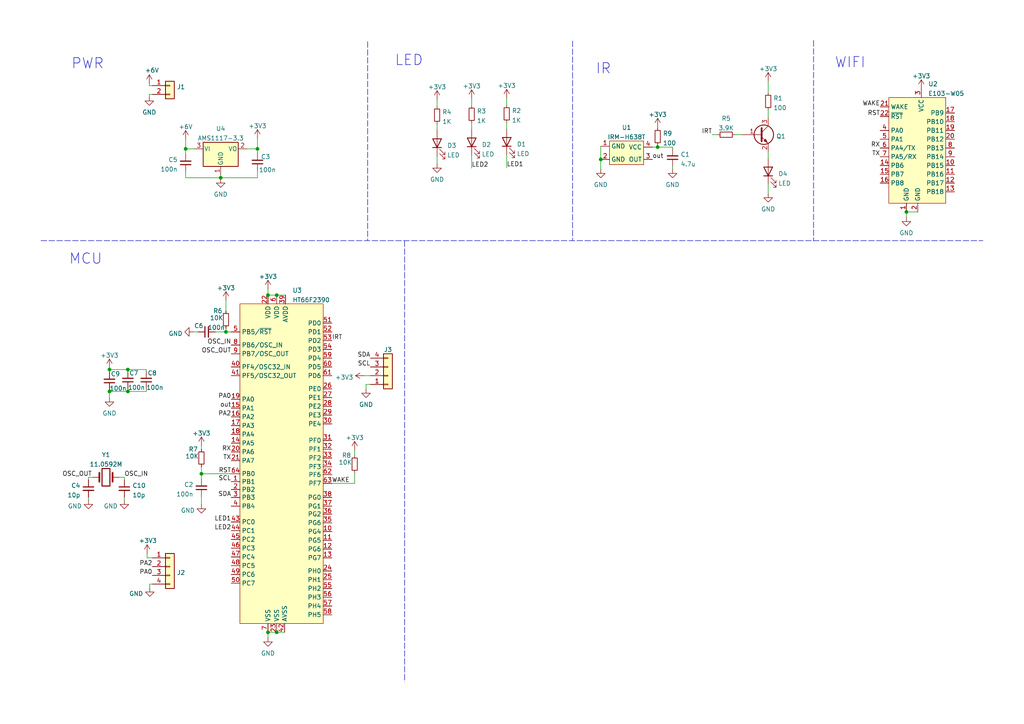
<source format=kicad_sch>
(kicad_sch (version 20211123) (generator eeschema)
  (paper "A4")
  (lib_symbols
    (symbol "Connector_Generic:Conn_01x02" (pin_names (offset 1.016) hide)
      (property "Reference" "J" (at 0 2.54 0))
      (property "Value" "Conn_01x02" (at 0 -5.08 0))
      (symbol "Conn_01x02_1_1"
        (rectangle (start -1.27 -2.413) (end 0 -2.667) (stroke (width 0.1524)))
        (rectangle (start -1.27 0.127) (end 0 -0.127) (stroke (width 0.1524)))
        (rectangle (start -1.27 1.27) (end 1.27 -3.81) (stroke (width 0.254)) (fill (type background)))
        (pin passive line (at -5.08 0 0) (length 3.81) (name "Pin_1") (number "1"))
        (pin passive line (at -5.08 -2.54 0) (length 3.81) (name "Pin_2") (number "2"))
      )
    )
    (symbol "Connector_Generic:Conn_01x04" (pin_names (offset 1.016) hide)
      (property "Reference" "J" (at 0 5.08 0))
      (property "Value" "Conn_01x04" (at 0 -7.62 0))
      (symbol "Conn_01x04_1_1"
        (rectangle (start -1.27 -4.953) (end 0 -5.207) (stroke (width 0.1524)))
        (rectangle (start -1.27 -2.413) (end 0 -2.667) (stroke (width 0.1524)))
        (rectangle (start -1.27 0.127) (end 0 -0.127) (stroke (width 0.1524)))
        (rectangle (start -1.27 2.667) (end 0 2.413) (stroke (width 0.1524)))
        (rectangle (start -1.27 3.81) (end 1.27 -6.35) (stroke (width 0.254)) (fill (type background)))
        (pin passive line (at -5.08 2.54 0) (length 3.81) (name "Pin_1") (number "1"))
        (pin passive line (at -5.08 0 0) (length 3.81) (name "Pin_2") (number "2"))
        (pin passive line (at -5.08 -2.54 0) (length 3.81) (name "Pin_3") (number "3"))
        (pin passive line (at -5.08 -5.08 0) (length 3.81) (name "Pin_4") (number "4"))
      )
    )
    (symbol "Device:C_Small" (pin_numbers hide) (pin_names (offset 0.254) hide)
      (property "Reference" "C" (at 0.254 1.778 0))
      (property "Value" "C_Small" (at 0.254 -2.032 0))
      (symbol "C_Small_0_1"
        (polyline (pts (xy -1.524 -0.508) (xy 1.524 -0.508)) (stroke (width 0.3302)))
        (polyline (pts (xy -1.524 0.508) (xy 1.524 0.508)) (stroke (width 0.3048)))
      )
      (symbol "C_Small_1_1"
        (pin passive line (at 0 2.54 270) (length 2.032) (name "~") (number "1"))
        (pin passive line (at 0 -2.54 90) (length 2.032) (name "~") (number "2"))
      )
    )
    (symbol "Device:Crystal" (pin_numbers hide) (pin_names (offset 1.016) hide)
      (property "Reference" "Y" (at 0 3.81 0))
      (property "Value" "Crystal" (at 0 -3.81 0))
      (symbol "Crystal_0_1"
        (rectangle (start -1.143 2.54) (end 1.143 -2.54) (stroke (width 0.3048)))
        (polyline (pts (xy -2.54 0) (xy -1.905 0)))
        (polyline (pts (xy -1.905 -1.27) (xy -1.905 1.27)) (stroke (width 0.508)))
        (polyline (pts (xy 1.905 -1.27) (xy 1.905 1.27)) (stroke (width 0.508)))
        (polyline (pts (xy 2.54 0) (xy 1.905 0)))
      )
      (symbol "Crystal_1_1"
        (pin passive line (at -3.81 0 0) (length 1.27) (name "1") (number "1"))
        (pin passive line (at 3.81 0 180) (length 1.27) (name "2") (number "2"))
      )
    )
    (symbol "Device:LED" (pin_numbers hide) (pin_names (offset 1.016) hide)
      (property "Reference" "D" (at 0 2.54 0))
      (property "Value" "LED" (at 0 -2.54 0))
      (symbol "LED_0_1"
        (polyline (pts (xy -1.27 -1.27) (xy -1.27 1.27)) (stroke (width 0.254)))
        (polyline (pts (xy -1.27 0) (xy 1.27 0)))
        (polyline (pts (xy 1.27 -1.27) (xy 1.27 1.27) (xy -1.27 0) (xy 1.27 -1.27)) (stroke (width 0.254)))
        (polyline (pts (xy -3.048 -0.762) (xy -4.572 -2.286) (xy -3.81 -2.286) (xy -4.572 -2.286) (xy -4.572 -1.524)))
        (polyline (pts (xy -1.778 -0.762) (xy -3.302 -2.286) (xy -2.54 -2.286) (xy -3.302 -2.286) (xy -3.302 -1.524)))
      )
      (symbol "LED_1_1"
        (pin passive line (at -3.81 0 0) (length 2.54) (name "K") (number "1"))
        (pin passive line (at 3.81 0 180) (length 2.54) (name "A") (number "2"))
      )
    )
    (symbol "Device:Q_NPN_BEC" (pin_names (offset 0) hide)
      (property "Reference" "Q" (at 5.08 1.27 0))
      (property "Value" "Q_NPN_BEC" (at 5.08 -1.27 0))
      (symbol "Q_NPN_BEC_0_1"
        (polyline (pts (xy 0.635 0.635) (xy 2.54 2.54)))
        (polyline (pts (xy 0.635 -0.635) (xy 2.54 -2.54) (xy 2.54 -2.54)))
        (polyline (pts (xy 0.635 1.905) (xy 0.635 -1.905) (xy 0.635 -1.905)) (stroke (width 0.508)))
        (polyline (pts (xy 1.27 -1.778) (xy 1.778 -1.27) (xy 2.286 -2.286) (xy 1.27 -1.778) (xy 1.27 -1.778)) (fill (type outline)))
        (circle (center 1.27 0) (radius 2.8194) (stroke (width 0.254)))
      )
      (symbol "Q_NPN_BEC_1_1"
        (pin input line (at -5.08 0 0) (length 5.715) (name "B") (number "1"))
        (pin passive line (at 2.54 -5.08 90) (length 2.54) (name "E") (number "2"))
        (pin passive line (at 2.54 5.08 270) (length 2.54) (name "C") (number "3"))
      )
    )
    (symbol "Device:R_Small" (pin_numbers hide) (pin_names (offset 0.254) hide)
      (property "Reference" "R" (at 0.762 0.508 0))
      (property "Value" "R_Small" (at 0.762 -1.016 0))
      (symbol "R_Small_0_1"
        (rectangle (start -0.762 1.778) (end 0.762 -1.778) (stroke (width 0.2032)))
      )
      (symbol "R_Small_1_1"
        (pin passive line (at 0 2.54 270) (length 0.762) (name "~") (number "1"))
        (pin passive line (at 0 -2.54 90) (length 0.762) (name "~") (number "2"))
      )
    )
    (symbol "My_Library:E103-W05"
      (property "Reference" "U" (at 3.175 13.97 0))
      (property "Value" "E103-W05" (at -8.255 13.97 0))
      (symbol "E103-W05_0_1"
        (rectangle (start -10.16 12.065) (end 6.35 -18.542) (stroke (width 0.1524)) (fill (type background)))
      )
      (symbol "E103-W05_1_1"
        (pin power_in line (at -5.08 -21.082 90) (length 2.54) (name "GND") (number "1"))
        (pin bidirectional line (at 8.89 -7.62 180) (length 2.54) (name "PB15") (number "10"))
        (pin bidirectional line (at 8.89 -10.16 180) (length 2.54) (name "PB16") (number "11"))
        (pin bidirectional line (at 8.89 -12.7 180) (length 2.54) (name "PB17") (number "12"))
        (pin bidirectional line (at 8.89 -15.24 180) (length 2.54) (name "PB18") (number "13"))
        (pin bidirectional line (at -12.7 -7.62 0) (length 2.54) (name "PB6") (number "14"))
        (pin bidirectional line (at -12.7 -10.16 0) (length 2.54) (name "PB7") (number "15"))
        (pin bidirectional line (at -12.7 -12.7 0) (length 2.54) (name "PB8") (number "16"))
        (pin bidirectional line (at 8.89 7.62 180) (length 2.54) (name "PB9") (number "17"))
        (pin bidirectional line (at 8.89 5.08 180) (length 2.54) (name "PB10") (number "18"))
        (pin bidirectional line (at 8.89 2.54 180) (length 2.54) (name "PB11") (number "19"))
        (pin power_in line (at -1.778 -21.082 90) (length 2.54) (name "GND") (number "2"))
        (pin bidirectional line (at 8.89 0 180) (length 2.54) (name "PB12") (number "20"))
        (pin input line (at -12.7 9.398 0) (length 2.54) (name "WAKE") (number "21"))
        (pin input line (at -12.7 6.604 0) (length 2.54) (name "~{RST}") (number "22"))
        (pin power_in line (at -0.762 14.732 270) (length 2.54) (name "VCC") (number "3"))
        (pin bidirectional line (at -12.7 2.54 0) (length 2.54) (name "PA0") (number "4"))
        (pin bidirectional line (at -12.7 0 0) (length 2.54) (name "PA1") (number "5"))
        (pin bidirectional line (at -12.7 -2.54 0) (length 2.54) (name "PA4/TX") (number "6"))
        (pin bidirectional line (at -12.7 -5.08 0) (length 2.54) (name "PA5/RX") (number "7"))
        (pin bidirectional line (at 8.89 -2.54 180) (length 2.54) (name "PB13") (number "8"))
        (pin bidirectional line (at 8.89 -5.08 180) (length 2.54) (name "PB14") (number "9"))
      )
    )
    (symbol "My_Library:HT66F2390"
      (property "Reference" "U" (at 3.81 49.53 0))
      (property "Value" "HT66F2390" (at -13.97 49.53 0))
      (symbol "HT66F2390_0_1"
        (rectangle (start -12.954 46.482) (end 11.176 -46.228) (stroke (width 0.1524)) (fill (type background)))
      )
      (symbol "HT66F2390_1_1"
        (pin bidirectional line (at -15.494 -5.08 0) (length 2.54) (name "PB1") (number "1"))
        (pin bidirectional line (at 13.716 -19.558 180) (length 2.54) (name "PG4") (number "10"))
        (pin bidirectional line (at 13.716 -22.098 180) (length 2.54) (name "PG5") (number "11"))
        (pin bidirectional line (at 13.716 -24.638 180) (length 2.54) (name "PG6") (number "12"))
        (pin bidirectional line (at 13.716 -27.178 180) (length 2.54) (name "PG7") (number "13"))
        (pin bidirectional line (at -15.494 6.096 0) (length 2.54) (name "PA5") (number "14"))
        (pin bidirectional line (at -15.494 16.256 0) (length 2.54) (name "PA1") (number "15"))
        (pin bidirectional line (at -15.494 13.716 0) (length 2.54) (name "PA2") (number "16"))
        (pin bidirectional line (at -15.494 11.176 0) (length 2.54) (name "PA3") (number "17"))
        (pin bidirectional line (at -15.494 8.636 0) (length 2.54) (name "PA4") (number "18"))
        (pin bidirectional line (at -15.494 18.796 0) (length 2.54) (name "PA0") (number "19"))
        (pin bidirectional line (at -15.494 -7.366 0) (length 2.54) (name "PB2") (number "2"))
        (pin bidirectional line (at -15.494 3.556 0) (length 2.54) (name "PA6") (number "20"))
        (pin bidirectional line (at -15.494 1.016 0) (length 2.54) (name "PA7") (number "21"))
        (pin power_in line (at -4.826 49.022 270) (length 2.54) (name "VDD") (number "22"))
        (pin power_in line (at -2.286 -48.768 90) (length 2.54) (name "VSS") (number "23"))
        (pin bidirectional line (at 13.716 -30.988 180) (length 2.54) (name "PH0") (number "24"))
        (pin bidirectional line (at 13.716 -33.528 180) (length 2.54) (name "PH1") (number "25"))
        (pin bidirectional line (at 13.716 21.844 180) (length 2.54) (name "PE0") (number "26"))
        (pin bidirectional line (at 13.716 19.304 180) (length 2.54) (name "PE1") (number "27"))
        (pin bidirectional line (at 13.716 16.764 180) (length 2.54) (name "PE2") (number "28"))
        (pin bidirectional line (at 13.716 14.224 180) (length 2.54) (name "PE3") (number "29"))
        (pin bidirectional line (at -15.494 -9.652 0) (length 2.54) (name "PB3") (number "3"))
        (pin bidirectional line (at 13.716 11.684 180) (length 2.54) (name "PE4") (number "30"))
        (pin bidirectional line (at 13.716 6.858 180) (length 2.54) (name "PF0") (number "31"))
        (pin bidirectional line (at 13.716 4.318 180) (length 2.54) (name "PF1") (number "32"))
        (pin bidirectional line (at 13.716 1.778 180) (length 2.54) (name "PF2") (number "33"))
        (pin bidirectional line (at 13.716 -0.762 180) (length 2.54) (name "PF3") (number "34"))
        (pin bidirectional line (at 13.716 -17.018 180) (length 2.54) (name "PG6") (number "35"))
        (pin bidirectional line (at 13.716 -14.478 180) (length 2.54) (name "PG2") (number "36"))
        (pin bidirectional line (at 13.716 -12.192 180) (length 2.54) (name "PG1") (number "37"))
        (pin bidirectional line (at 13.716 -9.652 180) (length 2.54) (name "PG0") (number "38"))
        (pin power_in line (at 0.254 49.022 270) (length 2.54) (name "AVDD") (number "39"))
        (pin bidirectional line (at -15.494 -12.192 0) (length 2.54) (name "PB4") (number "4"))
        (pin bidirectional line (at -15.494 28.194 0) (length 2.54) (name "PF4/OSC32_IN") (number "40"))
        (pin bidirectional line (at -15.494 25.654 0) (length 2.54) (name "PF5/OSC32_OUT") (number "41"))
        (pin power_in line (at 0 -48.768 90) (length 2.54) (name "AVSS") (number "42"))
        (pin bidirectional line (at -15.494 -16.764 0) (length 2.54) (name "PC0") (number "43"))
        (pin bidirectional line (at -15.494 -19.304 0) (length 2.54) (name "PC1") (number "44"))
        (pin bidirectional line (at -15.494 -21.844 0) (length 2.54) (name "PC2") (number "45"))
        (pin bidirectional line (at -15.494 -24.384 0) (length 2.54) (name "PC3") (number "46"))
        (pin bidirectional line (at -15.494 -26.924 0) (length 2.54) (name "PC4") (number "47"))
        (pin bidirectional line (at -15.494 -29.464 0) (length 2.54) (name "PC5") (number "48"))
        (pin bidirectional line (at -15.494 -32.004 0) (length 2.54) (name "PC6") (number "49"))
        (pin bidirectional line (at -15.494 38.354 0) (length 2.54) (name "PB5/~{RST}") (number "5"))
        (pin bidirectional line (at -15.494 -34.544 0) (length 2.54) (name "PC7") (number "50"))
        (pin bidirectional line (at 13.716 40.894 180) (length 2.54) (name "PD0") (number "51"))
        (pin bidirectional line (at 13.716 38.354 180) (length 2.54) (name "PD1") (number "52"))
        (pin bidirectional line (at 13.716 35.814 180) (length 2.54) (name "PD2") (number "53"))
        (pin bidirectional line (at 13.716 33.274 180) (length 2.54) (name "PD3") (number "54"))
        (pin bidirectional line (at 13.716 -36.068 180) (length 2.54) (name "PH2") (number "55"))
        (pin bidirectional line (at 13.716 -38.608 180) (length 2.54) (name "PH3") (number "56"))
        (pin bidirectional line (at 13.716 -41.148 180) (length 2.54) (name "PH4") (number "57"))
        (pin bidirectional line (at 13.716 -43.688 180) (length 2.54) (name "PH5") (number "58"))
        (pin bidirectional line (at 13.716 30.734 180) (length 2.54) (name "PD4") (number "59"))
        (pin power_in line (at -2.286 49.022 270) (length 2.54) (name "VDD") (number "6"))
        (pin bidirectional line (at 13.716 28.194 180) (length 2.54) (name "PD5") (number "60"))
        (pin bidirectional line (at 13.716 25.654 180) (length 2.54) (name "PD6") (number "61"))
        (pin bidirectional line (at 13.716 -3.048 180) (length 2.54) (name "PF6") (number "62"))
        (pin bidirectional line (at 13.716 -5.588 180) (length 2.54) (name "PF7") (number "63"))
        (pin bidirectional line (at -15.494 -2.794 0) (length 2.54) (name "PB0") (number "64"))
        (pin power_in line (at -4.826 -48.768 90) (length 2.54) (name "VSS") (number "7"))
        (pin bidirectional line (at -15.494 34.544 0) (length 2.54) (name "PB6/OSC_IN") (number "8"))
        (pin bidirectional line (at -15.494 32.004 0) (length 2.54) (name "PB7/OSC_OUT") (number "9"))
      )
    )
    (symbol "My_Library:IRM-H638T"
      (property "Reference" "U" (at 5.588 3.556 0))
      (property "Value" "IRM-H638T" (at -1.778 3.556 0))
      (symbol "IRM-H638T_0_1"
        (rectangle (start -3.302 1.778) (end 6.604 -5.08) (stroke (width 0.1524)) (fill (type background)))
      )
      (symbol "IRM-H638T_1_1"
        (pin power_in line (at -5.842 0.254 0) (length 2.54) (name "GND") (number "1"))
        (pin power_in line (at -5.842 -3.556 0) (length 2.54) (name "GND") (number "2"))
        (pin output line (at 9.144 -3.556 180) (length 2.54) (name "OUT") (number "3"))
        (pin power_in line (at 9.144 0 180) (length 2.54) (name "VCC") (number "4"))
      )
    )
    (symbol "Regulator_Linear:AMS1117-3.3" (pin_names (offset 0.254))
      (property "Reference" "U" (at -3.81 3.175 0))
      (property "Value" "AMS1117-3.3" (at 0 3.175 0))
      (symbol "AMS1117-3.3_0_1"
        (rectangle (start -5.08 -5.08) (end 5.08 1.905) (stroke (width 0.254)) (fill (type background)))
      )
      (symbol "AMS1117-3.3_1_1"
        (pin power_in line (at 0 -7.62 90) (length 2.54) (name "GND") (number "1"))
        (pin power_out line (at 7.62 0 180) (length 2.54) (name "VO") (number "2"))
        (pin power_in line (at -7.62 0 0) (length 2.54) (name "VI") (number "3"))
      )
    )
    (symbol "power:+3V3" (power) (pin_names (offset 0))
      (property "Value" "+3V3" (at 0 3.556 0))
      (symbol "+3V3_0_1"
        (polyline (pts (xy -0.762 1.27) (xy 0 2.54)))
        (polyline (pts (xy 0 0) (xy 0 2.54)))
        (polyline (pts (xy 0 2.54) (xy 0.762 1.27)))
      )
      (symbol "+3V3_1_1"
        (pin power_in line (at 0 0 90) (length 0) hide (name "+3V3") (number "1"))
      )
    )
    (symbol "power:+6V" (power) (pin_names (offset 0))
      (property "Value" "+6V" (at 0 3.556 0))
      (symbol "+6V_0_1"
        (polyline (pts (xy -0.762 1.27) (xy 0 2.54)))
        (polyline (pts (xy 0 0) (xy 0 2.54)))
        (polyline (pts (xy 0 2.54) (xy 0.762 1.27)))
      )
      (symbol "+6V_1_1"
        (pin power_in line (at 0 0 90) (length 0) hide (name "+6V") (number "1"))
      )
    )
    (symbol "power:GND" (power) (pin_names (offset 0))
      (property "Value" "GND" (at 0 -3.81 0))
      (symbol "GND_0_1"
        (polyline (pts (xy 0 0) (xy 0 -1.27) (xy 1.27 -1.27) (xy 0 -2.54) (xy -1.27 -1.27) (xy 0 -1.27)))
      )
      (symbol "GND_1_1"
        (pin power_in line (at 0 0 270) (length 0) hide (name "GND") (number "1"))
      )
    )
  )
  (junction (at 77.724 85.598))
  (junction (at 80.264 183.388))
  (junction (at 174.244 46.228))
  (junction (at 65.532 96.266))
  (junction (at 74.676 43.18))
  (junction (at 37.084 113.538))
  (junction (at 53.848 43.18))
  (junction (at 262.89 61.468))
  (junction (at 64.008 51.562))
  (junction (at 190.754 42.672))
  (junction (at 80.264 85.598))
  (junction (at 31.75 113.538))
  (junction (at 31.75 107.188))
  (junction (at 77.724 183.388))
  (junction (at 58.42 137.414))
  (junction (at 37.084 107.188))
  (wire (pts (xy 42.418 107.188) (xy 42.418 107.696)))
  (wire (pts (xy 58.42 138.938) (xy 58.42 137.414)))
  (wire (pts (xy 36.068 144.272) (xy 36.068 145.034)))
  (wire (pts (xy 102.87 137.16) (xy 102.87 140.208)))
  (wire (pts (xy 62.484 96.266) (xy 65.532 96.266)))
  (wire (pts (xy 190.754 42.672) (xy 195.072 42.672)))
  (wire (pts (xy 43.434 169.418) (xy 44.196 169.418)))
  (wire (pts (xy 136.8044 45.085) (xy 136.8044 48.768)))
  (wire (pts (xy 136.8044 35.687) (xy 136.8044 37.465)))
  (wire (pts (xy 80.264 183.388) (xy 82.55 183.388)))
  (wire (pts (xy 31.75 106.68) (xy 31.75 107.188)))
  (wire (pts (xy 43.307 24.2062) (xy 43.307 24.8412)))
  (wire (pts (xy 31.75 113.538) (xy 31.75 115.316)))
  (wire (pts (xy 53.848 43.18) (xy 56.388 43.18)))
  (wire (pts (xy 146.9644 28.448) (xy 146.9644 30.48)))
  (wire (pts (xy 105.664 108.966) (xy 107.442 108.966)))
  (wire (pts (xy 190.754 42.164) (xy 190.754 42.672)))
  (polyline (pts (xy 166.0652 11.8872) (xy 166.0652 69.7484)))
  (polyline (pts (xy 235.966 11.7856) (xy 235.966 69.85)))
  (wire (pts (xy 262.89 61.468) (xy 266.192 61.468)))
  (wire (pts (xy 174.244 42.418) (xy 174.244 46.228)))
  (wire (pts (xy 37.084 113.538) (xy 31.75 113.538)))
  (wire (pts (xy 42.418 113.538) (xy 42.418 112.776)))
  (wire (pts (xy 262.89 61.468) (xy 262.89 62.992)))
  (wire (pts (xy 102.87 140.208) (xy 96.266 140.208)))
  (wire (pts (xy 43.307 28.0162) (xy 43.307 27.3812)))
  (polyline (pts (xy 235.966 11.8364) (xy 235.966 11.8872)))
  (wire (pts (xy 25.654 144.272) (xy 25.654 145.034)))
  (wire (pts (xy 174.244 46.228) (xy 174.244 49.022)))
  (wire (pts (xy 222.8088 44.1452) (xy 222.8088 45.9232)))
  (wire (pts (xy 65.532 95.25) (xy 65.532 96.266)))
  (wire (pts (xy 65.532 87.122) (xy 65.532 90.17)))
  (wire (pts (xy 190.754 36.83) (xy 190.754 37.084)))
  (wire (pts (xy 43.307 27.3812) (xy 44.196 27.3812)))
  (wire (pts (xy 53.848 51.562) (xy 64.008 51.562)))
  (wire (pts (xy 74.676 43.18) (xy 74.676 44.45)))
  (wire (pts (xy 77.724 85.598) (xy 80.264 85.598)))
  (polyline (pts (xy 117.348 69.85) (xy 117.348 197.866)))
  (polyline (pts (xy 11.8872 69.7992) (xy 285.0896 69.7992)))
  (wire (pts (xy 53.848 43.18) (xy 53.848 44.704)))
  (wire (pts (xy 65.532 96.266) (xy 67.056 96.266)))
  (wire (pts (xy 37.084 107.188) (xy 37.084 107.696)))
  (wire (pts (xy 42.418 107.188) (xy 37.084 107.188)))
  (wire (pts (xy 213.1568 39.0652) (xy 215.1888 39.0652)))
  (wire (pts (xy 74.676 51.562) (xy 74.676 49.53)))
  (wire (pts (xy 222.8088 31.9532) (xy 222.8088 33.9852)))
  (wire (pts (xy 64.008 51.562) (xy 64.008 51.816)))
  (wire (pts (xy 136.8044 28.575) (xy 136.8044 30.607)))
  (wire (pts (xy 37.084 113.538) (xy 42.418 113.538)))
  (wire (pts (xy 25.654 139.192) (xy 25.654 138.43)))
  (wire (pts (xy 77.724 183.388) (xy 80.264 183.388)))
  (wire (pts (xy 195.072 43.18) (xy 195.072 42.672)))
  (wire (pts (xy 126.7714 45.339) (xy 126.7714 47.498)))
  (wire (pts (xy 206.5528 39.0652) (xy 208.0768 39.0652)))
  (wire (pts (xy 31.75 113.03) (xy 31.75 113.538)))
  (wire (pts (xy 25.654 138.43) (xy 26.924 138.43)))
  (wire (pts (xy 126.7714 35.941) (xy 126.7714 37.719)))
  (wire (pts (xy 36.068 138.43) (xy 34.544 138.43)))
  (wire (pts (xy 36.068 139.192) (xy 36.068 138.43)))
  (wire (pts (xy 42.672 161.798) (xy 42.672 160.528)))
  (wire (pts (xy 195.072 48.26) (xy 195.072 49.022)))
  (wire (pts (xy 222.8088 23.5712) (xy 222.8088 26.8732)))
  (wire (pts (xy 77.724 183.388) (xy 77.724 184.912)))
  (wire (pts (xy 53.848 40.386) (xy 53.848 43.18)))
  (wire (pts (xy 146.9644 44.958) (xy 146.9644 48.641)))
  (wire (pts (xy 58.42 144.018) (xy 58.42 146.304)))
  (wire (pts (xy 74.676 43.18) (xy 71.628 43.18)))
  (wire (pts (xy 146.9644 35.56) (xy 146.9644 37.338)))
  (wire (pts (xy 106.172 111.506) (xy 107.442 111.506)))
  (wire (pts (xy 102.87 130.556) (xy 102.87 132.08)))
  (wire (pts (xy 222.8088 53.5432) (xy 222.8088 56.0832)))
  (wire (pts (xy 31.75 107.188) (xy 37.084 107.188)))
  (wire (pts (xy 64.008 50.8) (xy 64.008 51.562)))
  (wire (pts (xy 43.434 170.434) (xy 43.434 169.418)))
  (wire (pts (xy 58.42 135.382) (xy 58.42 137.414)))
  (wire (pts (xy 43.307 24.8412) (xy 44.196 24.8412)))
  (wire (pts (xy 74.676 40.132) (xy 74.676 43.18)))
  (wire (pts (xy 80.264 85.598) (xy 82.804 85.598)))
  (wire (pts (xy 31.75 107.188) (xy 31.75 107.95)))
  (wire (pts (xy 56.134 96.266) (xy 57.404 96.266)))
  (wire (pts (xy 106.172 112.776) (xy 106.172 111.506)))
  (wire (pts (xy 58.42 129.286) (xy 58.42 130.302)))
  (wire (pts (xy 37.084 112.776) (xy 37.084 113.538)))
  (polyline (pts (xy 106.6292 12.0904) (xy 106.6292 69.6976)))
  (wire (pts (xy 53.848 49.784) (xy 53.848 51.562)))
  (wire (pts (xy 126.7714 28.829) (xy 126.7714 30.861)))
  (wire (pts (xy 189.23 42.672) (xy 190.754 42.672)))
  (wire (pts (xy 77.724 83.82) (xy 77.724 85.598)))
  (wire (pts (xy 44.196 161.798) (xy 42.672 161.798)))
  (wire (pts (xy 58.42 137.414) (xy 67.056 137.414)))
  (wire (pts (xy 64.008 51.562) (xy 74.676 51.562)))
  (text "LED" (at 114.4524 19.3548 0) (effects (font (size 3 3)) (justify left bottom)))
  (text "PWR" (at 20.6248 20.32 0) (effects (font (size 3 3)) (justify left bottom)))
  (text "IR" (at 172.72 21.7932 0) (effects (font (size 3 3)) (justify left bottom)))
  (text "WIFI" (at 242.062 20.0152 0) (effects (font (size 3 3)) (justify left bottom)))
  (text "MCU" (at 19.9644 76.962 0) (effects (font (size 3 3)) (justify left bottom)))
  (label "LED2" (at 136.8044 48.768 0))
  (label "RST" (at 255.27 33.782 180))
  (label "OSC_OUT" (at 26.67 138.43 180))
  (label "LED1" (at 146.9644 48.641 0))
  (label "PA2" (at 44.196 164.338 180))
  (label "RX" (at 67.056 131.064 180))
  (label "SCL" (at 67.056 139.7 180))
  (label "WAKE" (at 255.27 30.988 180))
  (label "out" (at 67.056 118.364 180))
  (label "TX" (at 255.27 45.466 180))
  (label "IRT" (at 206.5528 39.0652 180))
  (label "WAKE" (at 96.266 140.208 0))
  (label "RX" (at 255.27 42.926 180))
  (label "PA2" (at 67.056 120.904 180))
  (label "SCL" (at 107.442 106.426 180))
  (label "LED1" (at 67.056 151.384 180))
  (label "out" (at 189.23 46.228 0))
  (label "OSC_IN" (at 67.056 100.076 180))
  (label "PA0" (at 44.196 166.878 180))
  (label "SDA" (at 67.056 144.272 180))
  (label "SDA" (at 107.442 103.886 180))
  (label "RST" (at 67.056 137.414 180))
  (label "OSC_OUT" (at 67.056 102.616 180))
  (label "TX" (at 67.056 133.604 180))
  (label "LED2" (at 67.056 153.924 180))
  (label "IRT" (at 96.266 98.806 0))
  (label "PA0" (at 67.056 115.824 180))
  (label "OSC_IN" (at 36.068 138.43 0))
  (symbol (lib_id "Device:C_Small") (at 36.068 141.732 0) (unit 1)
    (property "Reference" "C10" (at 38.3921 140.8298 0) (effects (justify left)))
    (property "Value" "10p" (at 38.3921 143.6049 0) (effects (justify left)))
    (property "Footprint" "Capacitor_SMD:C_0603_1608Metric" (effects hide))
  )
  (symbol (lib_id "power:GND") (at 222.8088 56.0832 0) (unit 1)
    (property "Reference" "#PWR015" (effects hide))
    (property "Value" "GND" (at 222.8088 60.6457 0))
  )
  (symbol (lib_id "Device:R_Small") (at 210.6168 39.0652 270) (unit 1)
    (property "Reference" "R5" (at 210.6168 34.3621 90))
    (property "Value" "3.9K" (at 210.6168 37.1372 90))
    (property "Footprint" "Resistor_SMD:R_0603_1608Metric" (effects hide))
  )
  (symbol (lib_id "power:GND") (at 25.654 145.034 0) (unit 1)
    (property "Reference" "#PWR023" (effects hide))
    (property "Value" "GND" (at 23.7491 146.783 0) (effects (justify right)))
  )
  (symbol (lib_id "Device:C_Small") (at 37.084 110.236 180) (unit 1)
    (property "Reference" "C7" (at 37.465 108.204 0) (effects (justify right)))
    (property "Value" "100n" (at 37.084 112.395 0) (effects (justify right)))
    (property "Footprint" "Capacitor_SMD:C_0603_1608Metric" (effects hide))
  )
  (symbol (lib_id "Device:LED") (at 146.9644 41.148 90) (unit 1)
    (property "Reference" "D1" (at 149.8854 41.827 90) (effects (justify right)))
    (property "Value" "LED" (at 149.8854 44.6021 90) (effects (justify right)))
    (property "Footprint" "LED_SMD:LED_0603_1608Metric" (effects hide))
  )
  (symbol (lib_id "power:+3V3") (at 190.754 36.83 0) (unit 1)
    (property "Reference" "#PWR0105" (effects hide))
    (property "Value" "+3V3" (at 190.754 33.2255 0))
  )
  (symbol (lib_id "Device:C_Small") (at 59.944 96.266 90) (unit 1)
    (property "Reference" "C6" (at 57.658 94.488 90))
    (property "Value" "100n" (at 62.738 94.996 90))
    (property "Footprint" "Capacitor_SMD:C_0603_1608Metric" (effects hide))
  )
  (symbol (lib_id "power:+3V3") (at 74.676 40.132 0) (unit 1)
    (property "Reference" "#PWR08" (effects hide))
    (property "Value" "+3V3" (at 74.676 36.5275 0))
  )
  (symbol (lib_id "power:GND") (at 58.42 146.304 0) (unit 1)
    (property "Reference" "#PWR026" (effects hide))
    (property "Value" "GND" (at 56.5151 148.053 0) (effects (justify right)))
  )
  (symbol (lib_id "power:+3V3") (at 65.532 87.122 0) (unit 1)
    (property "Reference" "#PWR018" (effects hide))
    (property "Value" "+3V3" (at 65.532 83.5175 0))
  )
  (symbol (lib_id "power:+3V3") (at 105.664 108.966 90) (unit 1)
    (property "Reference" "#PWR?" (effects hide))
    (property "Value" "+3V3" (at 102.489 109.445 90) (effects (justify left)))
  )
  (symbol (lib_id "power:+6V") (at 43.307 24.2062 0) (mirror y) (unit 1)
    (property "Reference" "#PWR02" (effects hide))
    (property "Value" "+6V" (at 42.037 20.3962 0) (effects (justify right)))
  )
  (symbol (lib_id "Device:LED") (at 136.8044 41.275 90) (unit 1)
    (property "Reference" "D2" (at 139.7254 41.954 90) (effects (justify right)))
    (property "Value" "LED" (at 139.7254 44.7291 90) (effects (justify right)))
    (property "Footprint" "LED_SMD:LED_0603_1608Metric" (effects hide))
  )
  (symbol (lib_id "power:+3V3") (at 102.87 130.556 0) (unit 1)
    (property "Reference" "#PWR022" (effects hide))
    (property "Value" "+3V3" (at 102.87 126.9515 0))
  )
  (symbol (lib_id "power:+3V3") (at 42.672 160.528 0) (mirror y) (unit 1)
    (property "Reference" "#PWR0101" (effects hide))
    (property "Value" "+3V3" (at 40.2336 156.8196 0) (effects (justify right)))
  )
  (symbol (lib_id "Device:R_Small") (at 65.532 92.71 180) (unit 1)
    (property "Reference" "R6" (at 64.516 90.17 0) (effects (justify left)))
    (property "Value" "10K" (at 64.77 92.202 0) (effects (justify left)))
    (property "Footprint" "Resistor_SMD:R_0603_1608Metric" (effects hide))
  )
  (symbol (lib_id "Regulator_Linear:AMS1117-3.3") (at 64.008 43.18 0) (unit 1)
    (property "Reference" "U4" (at 64.008 37.3085 0))
    (property "Value" "AMS1117-3.3" (at 64.008 40.0836 0))
    (property "Footprint" "Package_TO_SOT_SMD:SOT-223-3_TabPin2" (effects hide))
    (property "Datasheet" "http://www.advanced-monolithic.com/pdf/ds1117.pdf" (effects hide))
  )
  (symbol (lib_id "My_Library:E103-W05") (at 267.97 40.386 0) (unit 1)
    (property "Reference" "U2" (at 269.2274 24.3545 0) (effects (justify left)))
    (property "Value" "E103-W05" (at 269.2274 27.1296 0) (effects (justify left)))
    (property "Footprint" "MyLib:E103-W05" (effects hide))
  )
  (symbol (lib_id "power:GND") (at 56.134 96.266 270) (unit 1)
    (property "Reference" "#PWR019" (effects hide))
    (property "Value" "GND" (at 52.9591 96.745 90) (effects (justify right)))
  )
  (symbol (lib_id "power:GND") (at 126.7714 47.498 0) (unit 1)
    (property "Reference" "#PWR012" (effects hide))
    (property "Value" "GND" (at 126.7714 52.0605 0))
  )
  (symbol (lib_id "power:+6V") (at 53.848 40.386 0) (unit 1)
    (property "Reference" "#PWR010" (effects hide))
    (property "Value" "+6V" (at 53.848 36.7815 0))
  )
  (symbol (lib_id "Connector_Generic:Conn_01x04") (at 49.276 164.338 0) (unit 1)
    (property "Reference" "J2" (at 51.308 166.087 0) (effects (justify left)))
    (property "Value" "Conn_01x04" (effects hide))
    (property "Footprint" "Connector_PinHeader_2.54mm:PinHeader_1x04_P2.54mm_Vertical" (effects hide))
  )
  (symbol (lib_id "Device:C_Small") (at 53.848 47.244 180) (unit 1)
    (property "Reference" "C5" (at 51.5239 46.3291 0) (effects (justify left)))
    (property "Value" "100n" (at 51.5239 49.1042 0) (effects (justify left)))
    (property "Footprint" "Capacitor_SMD:C_0603_1608Metric" (effects hide))
  )
  (symbol (lib_id "power:+3V3") (at 222.8088 23.5712 0) (unit 1)
    (property "Reference" "#PWR01" (effects hide))
    (property "Value" "+3V3" (at 222.8088 19.9667 0))
  )
  (symbol (lib_id "Device:R_Small") (at 222.8088 29.4132 180) (unit 1)
    (property "Reference" "R1" (at 224.3074 28.5047 0) (effects (justify right)))
    (property "Value" "100" (at 224.3074 31.2798 0) (effects (justify right)))
    (property "Footprint" "Resistor_SMD:R_0603_1608Metric" (effects hide))
  )
  (symbol (lib_id "Device:R_Small") (at 146.9644 33.02 0) (unit 1)
    (property "Reference" "R2" (at 148.463 32.1115 0) (effects (justify left)))
    (property "Value" "1K" (at 148.463 34.8866 0) (effects (justify left)))
    (property "Footprint" "Resistor_SMD:R_0603_1608Metric" (effects hide))
  )
  (symbol (lib_id "Device:R_Small") (at 136.8044 33.147 0) (unit 1)
    (property "Reference" "R3" (at 138.303 32.2385 0) (effects (justify left)))
    (property "Value" "1K" (at 138.303 35.0136 0) (effects (justify left)))
    (property "Footprint" "Resistor_SMD:R_0603_1608Metric" (effects hide))
  )
  (symbol (lib_id "power:+3V3") (at 146.9644 28.448 0) (unit 1)
    (property "Reference" "#PWR04" (effects hide))
    (property "Value" "+3V3" (at 146.9644 24.8435 0))
  )
  (symbol (lib_id "power:+3V3") (at 31.75 106.68 0) (unit 1)
    (property "Reference" "#PWR020" (effects hide))
    (property "Value" "+3V3" (at 31.75 103.0755 0))
  )
  (symbol (lib_id "Device:C_Small") (at 42.418 110.236 180) (unit 1)
    (property "Reference" "C8" (at 42.799 108.204 0) (effects (justify right)))
    (property "Value" "100n" (at 42.418 112.395 0) (effects (justify right)))
    (property "Footprint" "Capacitor_SMD:C_0603_1608Metric" (effects hide))
  )
  (symbol (lib_id "Device:Q_NPN_BEC") (at 220.2688 39.0652 0) (unit 1)
    (property "Reference" "Q1" (at 225.1202 39.5442 0) (effects (justify left)))
    (property "Value" "Q_NPN_BEC" (effects hide))
    (property "Footprint" "Package_TO_SOT_SMD:SOT-23" (effects hide))
  )
  (symbol (lib_id "Device:LED") (at 222.8088 49.7332 90) (unit 1)
    (property "Reference" "D4" (at 225.7298 50.4122 90) (effects (justify right)))
    (property "Value" "LED" (at 225.7298 53.1873 90) (effects (justify right)))
    (property "Footprint" "MyLib:LED 3528" (effects hide))
  )
  (symbol (lib_id "power:+3V3") (at 77.724 83.82 0) (unit 1)
    (property "Reference" "#PWR017" (effects hide))
    (property "Value" "+3V3" (at 77.724 80.2155 0))
  )
  (symbol (lib_id "Connector_Generic:Conn_01x02") (at 49.276 24.8412 0) (unit 1)
    (property "Reference" "J1" (at 51.308 25.2027 0) (effects (justify left)))
    (property "Value" "Conn_01x02" (effects hide))
    (property "Footprint" "Connector_PinHeader_2.54mm:PinHeader_1x02_P2.54mm_Vertical" (effects hide))
  )
  (symbol (lib_id "power:+3V3") (at 136.8044 28.575 0) (unit 1)
    (property "Reference" "#PWR05" (effects hide))
    (property "Value" "+3V3" (at 136.8044 24.9705 0))
  )
  (symbol (lib_id "Device:C_Small") (at 25.654 141.732 0) (unit 1)
    (property "Reference" "C4" (at 23.33 140.8298 0) (effects (justify right)))
    (property "Value" "10p" (at 23.33 143.6049 0) (effects (justify right)))
    (property "Footprint" "Capacitor_SMD:C_0603_1608Metric" (effects hide))
  )
  (symbol (lib_id "Device:C_Small") (at 195.072 45.72 180) (unit 1)
    (property "Reference" "C1" (at 197.3961 44.8051 0) (effects (justify right)))
    (property "Value" "4.7u" (at 197.3961 47.5802 0) (effects (justify right)))
    (property "Footprint" "Capacitor_SMD:C_0603_1608Metric" (effects hide))
  )
  (symbol (lib_id "power:GND") (at 77.724 184.912 0) (unit 1)
    (property "Reference" "#PWR024" (effects hide))
    (property "Value" "GND" (at 77.724 189.4745 0))
  )
  (symbol (lib_id "power:GND") (at 262.89 62.992 0) (unit 1)
    (property "Reference" "#PWR016" (effects hide))
    (property "Value" "GND" (at 262.89 67.5545 0))
  )
  (symbol (lib_id "Connector_Generic:Conn_01x04") (at 112.522 108.966 0) (mirror x) (unit 1)
    (property "Reference" "J3" (at 112.522 101.4245 0))
    (property "Value" "Conn_01x04" (effects hide))
    (property "Footprint" "Connector_PinHeader_2.54mm:PinHeader_1x04_P2.54mm_Vertical" (effects hide))
  )
  (symbol (lib_id "power:GND") (at 106.172 112.776 0) (unit 1)
    (property "Reference" "#PWR0107" (effects hide))
    (property "Value" "GND" (at 106.172 117.3385 0))
  )
  (symbol (lib_id "Device:C_Small") (at 74.676 46.99 180) (unit 1)
    (property "Reference" "C3" (at 75.692 45.466 0) (effects (justify right)))
    (property "Value" "100n" (at 75.057 49.276 0) (effects (justify right)))
    (property "Footprint" "Capacitor_SMD:C_0603_1608Metric" (effects hide))
  )
  (symbol (lib_id "power:GND") (at 174.244 49.022 0) (unit 1)
    (property "Reference" "#PWR0103" (effects hide))
    (property "Value" "GND" (at 174.244 53.5845 0))
  )
  (symbol (lib_id "Device:R_Small") (at 190.754 39.624 180) (unit 1)
    (property "Reference" "R9" (at 192.2526 38.7155 0) (effects (justify right)))
    (property "Value" "100" (at 192.2526 41.4906 0) (effects (justify right)))
    (property "Footprint" "Resistor_SMD:R_0603_1608Metric" (effects hide))
  )
  (symbol (lib_id "Device:Crystal") (at 30.734 138.43 0) (unit 1)
    (property "Reference" "Y1" (at 30.734 131.8981 0))
    (property "Value" "11.0592M" (at 30.734 134.6732 0))
    (property "Footprint" "Crystal:Crystal_HC49-4H_Vertical" (effects hide))
  )
  (symbol (lib_id "Device:R_Small") (at 102.87 134.62 180) (unit 1)
    (property "Reference" "R8" (at 101.854 132.08 0) (effects (justify left)))
    (property "Value" "10K" (at 102.108 134.112 0) (effects (justify left)))
    (property "Footprint" "Resistor_SMD:R_0603_1608Metric" (effects hide))
  )
  (symbol (lib_id "Device:C_Small") (at 58.42 141.478 180) (unit 1)
    (property "Reference" "C2" (at 56.0959 140.5631 0) (effects (justify left)))
    (property "Value" "100n" (at 56.0959 143.3382 0) (effects (justify left)))
    (property "Footprint" "Capacitor_SMD:C_0603_1608Metric" (effects hide))
  )
  (symbol (lib_id "My_Library:IRM-H638T") (at 180.086 42.672 0) (unit 1)
    (property "Reference" "U1" (at 181.737 36.9783 0))
    (property "Value" "IRM-H638T" (at 181.737 39.7534 0))
    (property "Footprint" "MyLib:IRM-H638T" (effects hide))
  )
  (symbol (lib_id "power:+3V3") (at 126.7714 28.829 0) (unit 1)
    (property "Reference" "#PWR06" (effects hide))
    (property "Value" "+3V3" (at 126.7714 25.2245 0))
  )
  (symbol (lib_id "power:GND") (at 31.75 115.316 0) (unit 1)
    (property "Reference" "#PWR021" (effects hide))
    (property "Value" "GND" (at 31.75 119.8785 0))
  )
  (symbol (lib_id "Device:C_Small") (at 31.75 110.49 180) (unit 1)
    (property "Reference" "C9" (at 32.131 108.458 0) (effects (justify right)))
    (property "Value" "100n" (at 31.75 112.649 0) (effects (justify right)))
    (property "Footprint" "Capacitor_SMD:C_0603_1608Metric" (effects hide))
  )
  (symbol (lib_id "power:GND") (at 195.072 49.022 0) (unit 1)
    (property "Reference" "#PWR0104" (effects hide))
    (property "Value" "GND" (at 195.072 53.5845 0))
  )
  (symbol (lib_id "Device:LED") (at 126.7714 41.529 90) (unit 1)
    (property "Reference" "D3" (at 129.6924 42.208 90) (effects (justify right)))
    (property "Value" "LED" (at 129.6924 44.9831 90) (effects (justify right)))
    (property "Footprint" "LED_SMD:LED_0603_1608Metric" (effects hide))
  )
  (symbol (lib_id "power:GND") (at 36.068 145.034 0) (unit 1)
    (property "Reference" "#PWR025" (effects hide))
    (property "Value" "GND" (at 34.1631 146.783 0) (effects (justify right)))
  )
  (symbol (lib_id "My_Library:HT66F2390") (at 82.55 134.62 0) (unit 1)
    (property "Reference" "U3" (at 84.8234 84.2223 0) (effects (justify left)))
    (property "Value" "HT66F2390" (at 84.8234 86.9974 0) (effects (justify left)))
    (property "Footprint" "Package_QFP:LQFP-64_7x7mm_P0.4mm" (effects hide))
  )
  (symbol (lib_id "Device:R_Small") (at 58.42 132.842 180) (unit 1)
    (property "Reference" "R7" (at 57.404 130.302 0) (effects (justify left)))
    (property "Value" "10K" (at 57.658 132.334 0) (effects (justify left)))
    (property "Footprint" "Resistor_SMD:R_0603_1608Metric" (effects hide))
  )
  (symbol (lib_id "power:+3V3") (at 267.208 25.654 0) (unit 1)
    (property "Reference" "#PWR09" (effects hide))
    (property "Value" "+3V3" (at 267.208 22.0495 0))
  )
  (symbol (lib_id "power:GND") (at 43.307 28.0162 0) (unit 1)
    (property "Reference" "#PWR03" (effects hide))
    (property "Value" "GND" (at 43.307 32.5787 0))
  )
  (symbol (lib_id "Device:R_Small") (at 126.7714 33.401 0) (unit 1)
    (property "Reference" "R4" (at 128.27 32.4925 0) (effects (justify left)))
    (property "Value" "1K" (at 128.27 35.2676 0) (effects (justify left)))
    (property "Footprint" "Resistor_SMD:R_0603_1608Metric" (effects hide))
  )
  (symbol (lib_id "power:+3V3") (at 58.42 129.286 0) (unit 1)
    (property "Reference" "#PWR013" (effects hide))
    (property "Value" "+3V3" (at 58.42 125.6815 0))
  )
  (symbol (lib_id "power:GND") (at 43.434 170.434 0) (unit 1)
    (property "Reference" "#PWR0102" (effects hide))
    (property "Value" "GND" (at 41.5291 172.183 0) (effects (justify right)))
  )
  (symbol (lib_id "power:GND") (at 64.008 51.816 0) (unit 1)
    (property "Reference" "#PWR014" (effects hide))
    (property "Value" "GND" (at 64.008 56.3785 0))
  )
)
</source>
